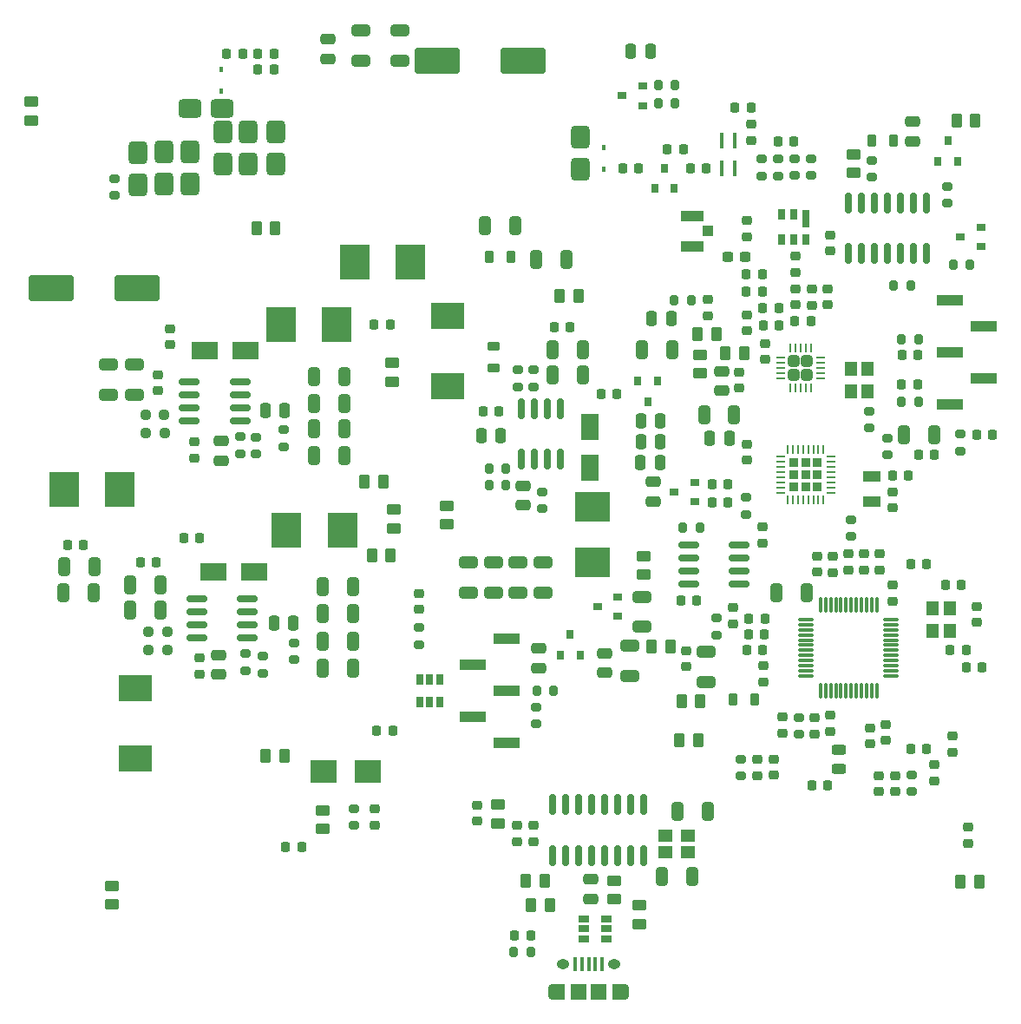
<source format=gtp>
G04 #@! TF.GenerationSoftware,KiCad,Pcbnew,6.0.2+dfsg-1*
G04 #@! TF.CreationDate,2023-04-26T18:19:56+03:00*
G04 #@! TF.ProjectId,TACNPR,5441434e-5052-42e6-9b69-6361645f7063,rev?*
G04 #@! TF.SameCoordinates,Original*
G04 #@! TF.FileFunction,Paste,Top*
G04 #@! TF.FilePolarity,Positive*
%FSLAX46Y46*%
G04 Gerber Fmt 4.6, Leading zero omitted, Abs format (unit mm)*
G04 Created by KiCad (PCBNEW 6.0.2+dfsg-1) date 2023-04-26 18:19:56*
%MOMM*%
%LPD*%
G01*
G04 APERTURE LIST*
G04 Aperture macros list*
%AMRoundRect*
0 Rectangle with rounded corners*
0 $1 Rounding radius*
0 $2 $3 $4 $5 $6 $7 $8 $9 X,Y pos of 4 corners*
0 Add a 4 corners polygon primitive as box body*
4,1,4,$2,$3,$4,$5,$6,$7,$8,$9,$2,$3,0*
0 Add four circle primitives for the rounded corners*
1,1,$1+$1,$2,$3*
1,1,$1+$1,$4,$5*
1,1,$1+$1,$6,$7*
1,1,$1+$1,$8,$9*
0 Add four rect primitives between the rounded corners*
20,1,$1+$1,$2,$3,$4,$5,0*
20,1,$1+$1,$4,$5,$6,$7,0*
20,1,$1+$1,$6,$7,$8,$9,0*
20,1,$1+$1,$8,$9,$2,$3,0*%
G04 Aperture macros list end*
%ADD10RoundRect,0.225000X-0.225000X-0.250000X0.225000X-0.250000X0.225000X0.250000X-0.225000X0.250000X0*%
%ADD11RoundRect,0.200000X0.275000X-0.200000X0.275000X0.200000X-0.275000X0.200000X-0.275000X-0.200000X0*%
%ADD12RoundRect,0.150000X0.825000X0.150000X-0.825000X0.150000X-0.825000X-0.150000X0.825000X-0.150000X0*%
%ADD13RoundRect,0.225000X0.250000X-0.225000X0.250000X0.225000X-0.250000X0.225000X-0.250000X-0.225000X0*%
%ADD14R,2.950000X3.500000*%
%ADD15RoundRect,0.249999X-0.325001X-0.650001X0.325001X-0.650001X0.325001X0.650001X-0.325001X0.650001X0*%
%ADD16RoundRect,0.249999X0.650001X-0.325001X0.650001X0.325001X-0.650001X0.325001X-0.650001X-0.325001X0*%
%ADD17RoundRect,0.218750X-0.256250X0.218750X-0.256250X-0.218750X0.256250X-0.218750X0.256250X0.218750X0*%
%ADD18RoundRect,0.250000X-0.475000X0.250000X-0.475000X-0.250000X0.475000X-0.250000X0.475000X0.250000X0*%
%ADD19R,2.500000X1.800000*%
%ADD20RoundRect,0.237500X0.250000X0.237500X-0.250000X0.237500X-0.250000X-0.237500X0.250000X-0.237500X0*%
%ADD21RoundRect,0.200000X-0.275000X0.200000X-0.275000X-0.200000X0.275000X-0.200000X0.275000X0.200000X0*%
%ADD22RoundRect,0.150000X-0.825000X-0.150000X0.825000X-0.150000X0.825000X0.150000X-0.825000X0.150000X0*%
%ADD23RoundRect,0.249999X0.325001X0.650001X-0.325001X0.650001X-0.325001X-0.650001X0.325001X-0.650001X0*%
%ADD24RoundRect,0.250000X0.250000X0.475000X-0.250000X0.475000X-0.250000X-0.475000X0.250000X-0.475000X0*%
%ADD25RoundRect,0.218750X0.218750X0.256250X-0.218750X0.256250X-0.218750X-0.256250X0.218750X-0.256250X0*%
%ADD26R,3.500000X2.950000*%
%ADD27RoundRect,0.150000X-0.150000X0.825000X-0.150000X-0.825000X0.150000X-0.825000X0.150000X0.825000X0*%
%ADD28RoundRect,0.200000X0.200000X0.275000X-0.200000X0.275000X-0.200000X-0.275000X0.200000X-0.275000X0*%
%ADD29RoundRect,0.200000X-0.200000X-0.275000X0.200000X-0.275000X0.200000X0.275000X-0.200000X0.275000X0*%
%ADD30RoundRect,0.237500X-0.250000X-0.237500X0.250000X-0.237500X0.250000X0.237500X-0.250000X0.237500X0*%
%ADD31RoundRect,0.249999X0.450001X-0.262501X0.450001X0.262501X-0.450001X0.262501X-0.450001X-0.262501X0*%
%ADD32R,0.650000X1.060000*%
%ADD33RoundRect,0.250000X-1.950000X-1.000000X1.950000X-1.000000X1.950000X1.000000X-1.950000X1.000000X0*%
%ADD34RoundRect,0.225000X0.225000X0.250000X-0.225000X0.250000X-0.225000X-0.250000X0.225000X-0.250000X0*%
%ADD35RoundRect,0.250000X-0.250000X-0.475000X0.250000X-0.475000X0.250000X0.475000X-0.250000X0.475000X0*%
%ADD36RoundRect,0.249999X-0.650001X0.325001X-0.650001X-0.325001X0.650001X-0.325001X0.650001X0.325001X0*%
%ADD37R,1.800000X2.500000*%
%ADD38RoundRect,0.249999X0.262501X0.450001X-0.262501X0.450001X-0.262501X-0.450001X0.262501X-0.450001X0*%
%ADD39RoundRect,0.249999X-0.450001X0.262501X-0.450001X-0.262501X0.450001X-0.262501X0.450001X0.262501X0*%
%ADD40RoundRect,0.218750X0.256250X-0.218750X0.256250X0.218750X-0.256250X0.218750X-0.256250X-0.218750X0*%
%ADD41RoundRect,0.225000X-0.250000X0.225000X-0.250000X-0.225000X0.250000X-0.225000X0.250000X0.225000X0*%
%ADD42RoundRect,0.250000X0.475000X-0.250000X0.475000X0.250000X-0.475000X0.250000X-0.475000X-0.250000X0*%
%ADD43R,0.900000X0.800000*%
%ADD44RoundRect,0.250000X-0.315000X0.315000X-0.315000X-0.315000X0.315000X-0.315000X0.315000X0.315000X0*%
%ADD45RoundRect,0.062500X-0.062500X0.362500X-0.062500X-0.362500X0.062500X-0.362500X0.062500X0.362500X0*%
%ADD46RoundRect,0.062500X-0.362500X0.062500X-0.362500X-0.062500X0.362500X-0.062500X0.362500X0.062500X0*%
%ADD47R,1.400000X1.150000*%
%ADD48R,1.060000X0.650000*%
%ADD49RoundRect,0.150000X0.150000X-0.825000X0.150000X0.825000X-0.150000X0.825000X-0.150000X-0.825000X0*%
%ADD50RoundRect,0.249999X-0.262501X-0.450001X0.262501X-0.450001X0.262501X0.450001X-0.262501X0.450001X0*%
%ADD51RoundRect,0.218750X0.381250X-0.218750X0.381250X0.218750X-0.381250X0.218750X-0.381250X-0.218750X0*%
%ADD52RoundRect,0.340200X-0.559800X0.759800X-0.559800X-0.759800X0.559800X-0.759800X0.559800X0.759800X0*%
%ADD53R,0.450000X0.600000*%
%ADD54RoundRect,0.218750X-0.218750X-0.256250X0.218750X-0.256250X0.218750X0.256250X-0.218750X0.256250X0*%
%ADD55R,0.800000X0.900000*%
%ADD56R,2.510000X1.000000*%
%ADD57R,0.400000X1.500000*%
%ADD58RoundRect,0.218750X-0.218750X-0.381250X0.218750X-0.381250X0.218750X0.381250X-0.218750X0.381250X0*%
%ADD59RoundRect,0.237500X0.300000X0.237500X-0.300000X0.237500X-0.300000X-0.237500X0.300000X-0.237500X0*%
%ADD60R,1.150000X1.400000*%
%ADD61R,0.650000X1.750000*%
%ADD62R,0.650000X1.000000*%
%ADD63R,3.300000X2.500000*%
%ADD64RoundRect,0.340200X-0.759800X-0.559800X0.759800X-0.559800X0.759800X0.559800X-0.759800X0.559800X0*%
%ADD65RoundRect,0.340200X0.559800X-0.759800X0.559800X0.759800X-0.559800X0.759800X-0.559800X-0.759800X0*%
%ADD66R,1.050000X1.000000*%
%ADD67R,2.200000X1.050000*%
%ADD68O,1.250000X0.950000*%
%ADD69O,0.890000X1.550000*%
%ADD70R,0.400000X1.350000*%
%ADD71R,1.500000X1.550000*%
%ADD72R,1.200000X1.550000*%
%ADD73R,2.500000X2.300000*%
%ADD74RoundRect,0.243750X-0.456250X0.243750X-0.456250X-0.243750X0.456250X-0.243750X0.456250X0.243750X0*%
%ADD75RoundRect,0.250000X-0.650000X0.325000X-0.650000X-0.325000X0.650000X-0.325000X0.650000X0.325000X0*%
%ADD76RoundRect,0.250000X-0.325000X-0.650000X0.325000X-0.650000X0.325000X0.650000X-0.325000X0.650000X0*%
%ADD77R,1.800000X1.000000*%
%ADD78RoundRect,0.232500X0.232500X0.232500X-0.232500X0.232500X-0.232500X-0.232500X0.232500X-0.232500X0*%
%ADD79RoundRect,0.062500X0.375000X0.062500X-0.375000X0.062500X-0.375000X-0.062500X0.375000X-0.062500X0*%
%ADD80RoundRect,0.062500X0.062500X0.375000X-0.062500X0.375000X-0.062500X-0.375000X0.062500X-0.375000X0*%
%ADD81RoundRect,0.075000X-0.662500X-0.075000X0.662500X-0.075000X0.662500X0.075000X-0.662500X0.075000X0*%
%ADD82RoundRect,0.075000X-0.075000X-0.662500X0.075000X-0.662500X0.075000X0.662500X-0.075000X0.662500X0*%
%ADD83R,1.200000X1.400000*%
%ADD84RoundRect,0.250000X0.262500X0.450000X-0.262500X0.450000X-0.262500X-0.450000X0.262500X-0.450000X0*%
G04 APERTURE END LIST*
D10*
X155562000Y-95758000D03*
X157112000Y-95758000D03*
D11*
X172182000Y-89501000D03*
X172182000Y-87851000D03*
D12*
X161275800Y-94132400D03*
X161275800Y-92862400D03*
X161275800Y-91592400D03*
X161275800Y-90322400D03*
X156325800Y-90322400D03*
X156325800Y-91592400D03*
X156325800Y-92862400D03*
X156325800Y-94132400D03*
D13*
X162052000Y-82042000D03*
X162052000Y-80492000D03*
D14*
X95369800Y-84886800D03*
X100819800Y-84886800D03*
D15*
X95348000Y-94996000D03*
X98298000Y-94996000D03*
D16*
X99745800Y-75681100D03*
X99745800Y-72731100D03*
D13*
X104521000Y-75260500D03*
X104521000Y-73710500D03*
D17*
X108066840Y-80228340D03*
X108066840Y-81803340D03*
D18*
X110744000Y-80167440D03*
X110744000Y-82067440D03*
D15*
X143038300Y-73682860D03*
X145988300Y-73682860D03*
D19*
X113107220Y-71368920D03*
X109107220Y-71368920D03*
D20*
X105184580Y-79375000D03*
X103359580Y-79375000D03*
D21*
X116840000Y-79058000D03*
X116840000Y-80708000D03*
X112593120Y-79738720D03*
X112593120Y-81388720D03*
D22*
X107608600Y-74409300D03*
X107608600Y-75679300D03*
X107608600Y-76949300D03*
X107608600Y-78219300D03*
X112558600Y-78219300D03*
X112558600Y-76949300D03*
X112558600Y-75679300D03*
X112558600Y-74409300D03*
D14*
X116520380Y-68834000D03*
X121970380Y-68834000D03*
D23*
X122732060Y-78999080D03*
X119782060Y-78999080D03*
X122729520Y-76464160D03*
X119779520Y-76464160D03*
X122706660Y-81551780D03*
X119756660Y-81551780D03*
X122714280Y-73914000D03*
X119764280Y-73914000D03*
D18*
X140223240Y-84541320D03*
X140223240Y-86441320D03*
D24*
X137983000Y-79644240D03*
X136083000Y-79644240D03*
D11*
X141157960Y-74860920D03*
X141157960Y-73210920D03*
D25*
X137825580Y-77282040D03*
X136250580Y-77282040D03*
D21*
X139684760Y-73216000D03*
X139684760Y-74866000D03*
D26*
X146964400Y-86581400D03*
X146964400Y-92031400D03*
D10*
X143227760Y-69016880D03*
X144777760Y-69016880D03*
D27*
X143832580Y-77004140D03*
X142562580Y-77004140D03*
X141292580Y-77004140D03*
X140022580Y-77004140D03*
X140022580Y-81954140D03*
X141292580Y-81954140D03*
X142562580Y-81954140D03*
X143832580Y-81954140D03*
D15*
X143066240Y-71231760D03*
X146016240Y-71231760D03*
D28*
X138508240Y-82839560D03*
X136858240Y-82839560D03*
D29*
X136840460Y-84488020D03*
X138490460Y-84488020D03*
D16*
X102247700Y-75681100D03*
X102247700Y-72731100D03*
D30*
X103329100Y-77609700D03*
X105154100Y-77609700D03*
D31*
X120650000Y-118006500D03*
X120650000Y-116181500D03*
D29*
X141516600Y-104495600D03*
X143166600Y-104495600D03*
D32*
X130114000Y-105646400D03*
X131064000Y-105646400D03*
X132014000Y-105646400D03*
X132014000Y-103446400D03*
X131064000Y-103446400D03*
X130114000Y-103446400D03*
D33*
X94098000Y-65278000D03*
X102498000Y-65278000D03*
D21*
X130048000Y-98362000D03*
X130048000Y-100012000D03*
X113111280Y-100927400D03*
X113111280Y-102577400D03*
D11*
X114757200Y-102831400D03*
X114757200Y-101181400D03*
D34*
X104409500Y-91973400D03*
X102859500Y-91973400D03*
D17*
X108574840Y-101320500D03*
X108574840Y-102895500D03*
D34*
X108636100Y-89608660D03*
X107086100Y-89608660D03*
D23*
X123552480Y-94335600D03*
X120602480Y-94335600D03*
D35*
X115864600Y-97891600D03*
X117764600Y-97891600D03*
D18*
X110490000Y-101031000D03*
X110490000Y-102931000D03*
D23*
X123587300Y-99689920D03*
X120637300Y-99689920D03*
X123585500Y-102306120D03*
X120635500Y-102306120D03*
X104776800Y-96647000D03*
X101826800Y-96647000D03*
X104764100Y-94234000D03*
X101814100Y-94234000D03*
X123570260Y-97017840D03*
X120620260Y-97017840D03*
D19*
X113937800Y-92925900D03*
X109937800Y-92925900D03*
D30*
X103636440Y-98806000D03*
X105461440Y-98806000D03*
D21*
X117805200Y-99860600D03*
X117805200Y-101510600D03*
D14*
X117094000Y-88900000D03*
X122544000Y-88900000D03*
D22*
X108307100Y-95542100D03*
X108307100Y-96812100D03*
X108307100Y-98082100D03*
X108307100Y-99352100D03*
X113257100Y-99352100D03*
X113257100Y-98082100D03*
X113257100Y-96812100D03*
X113257100Y-95542100D03*
D20*
X105448740Y-100545900D03*
X103623740Y-100545900D03*
D34*
X160147600Y-86143800D03*
X158597600Y-86143800D03*
D11*
X142082520Y-86768440D03*
X142082520Y-85118440D03*
D31*
X127533400Y-88669500D03*
X127533400Y-86844500D03*
D36*
X134874000Y-91994460D03*
X134874000Y-94944460D03*
X137287000Y-91997000D03*
X137287000Y-94947000D03*
X142113000Y-91997000D03*
X142113000Y-94947000D03*
D35*
X115001000Y-77216000D03*
X116901000Y-77216000D03*
D34*
X149365000Y-75590400D03*
X147815000Y-75590400D03*
D10*
X125907500Y-108394500D03*
X127457500Y-108394500D03*
D16*
X124307600Y-43029400D03*
X124307600Y-40079400D03*
D37*
X146705320Y-82759300D03*
X146705320Y-78759300D03*
D36*
X139700000Y-92002080D03*
X139700000Y-94952080D03*
D11*
X114071400Y-81424280D03*
X114071400Y-79774280D03*
D15*
X95426000Y-92456000D03*
X98376000Y-92456000D03*
D38*
X126525660Y-84165440D03*
X124700660Y-84165440D03*
X127252100Y-91363800D03*
X125427100Y-91363800D03*
D39*
X132715000Y-86463500D03*
X132715000Y-88288500D03*
D17*
X130048000Y-95034000D03*
X130048000Y-96609000D03*
D40*
X125730000Y-117627500D03*
X125730000Y-116052500D03*
D41*
X162026600Y-67843100D03*
X162026600Y-69393100D03*
D42*
X159542480Y-75245000D03*
X159542480Y-73345000D03*
D21*
X123698000Y-116015000D03*
X123698000Y-117665000D03*
D35*
X150688000Y-42164000D03*
X152588000Y-42164000D03*
D14*
X129217000Y-62738000D03*
X123767000Y-62738000D03*
D18*
X148107000Y-100876000D03*
X148107000Y-102776000D03*
D36*
X151739600Y-95349800D03*
X151739600Y-98299800D03*
D35*
X158409600Y-79857600D03*
X160309600Y-79857600D03*
D15*
X157835600Y-77622400D03*
X160785600Y-77622400D03*
D43*
X149437600Y-97266800D03*
X149437600Y-95366800D03*
X147437600Y-96316800D03*
D44*
X166609000Y-72375000D03*
X166609000Y-73675000D03*
X167909000Y-73675000D03*
X167909000Y-72375000D03*
D45*
X168259000Y-71100000D03*
X167759000Y-71100000D03*
X167259000Y-71100000D03*
X166759000Y-71100000D03*
X166259000Y-71100000D03*
D46*
X165334000Y-72025000D03*
X165334000Y-72525000D03*
X165334000Y-73025000D03*
X165334000Y-73525000D03*
X165334000Y-74025000D03*
D45*
X166259000Y-74950000D03*
X166759000Y-74950000D03*
X167259000Y-74950000D03*
X167759000Y-74950000D03*
X168259000Y-74950000D03*
D46*
X169184000Y-74025000D03*
X169184000Y-73525000D03*
X169184000Y-73025000D03*
X169184000Y-72525000D03*
X169184000Y-72025000D03*
D13*
X161290000Y-75014120D03*
X161290000Y-73464120D03*
X141224000Y-119240600D03*
X141224000Y-117690600D03*
X139573000Y-119240600D03*
X139573000Y-117690600D03*
D18*
X141732000Y-100396000D03*
X141732000Y-102296000D03*
D11*
X141427200Y-107759000D03*
X141427200Y-106109000D03*
D36*
X150582000Y-100121000D03*
X150582000Y-103071000D03*
D47*
X156294000Y-118707000D03*
X154094000Y-118707000D03*
X154094000Y-120307000D03*
X156294000Y-120307000D03*
D48*
X148293000Y-128712000D03*
X148293000Y-127762000D03*
X148293000Y-126812000D03*
X146093000Y-126812000D03*
X146093000Y-127762000D03*
X146093000Y-128712000D03*
D15*
X153719000Y-122682000D03*
X156669000Y-122682000D03*
D49*
X143078200Y-120610400D03*
X144348200Y-120610400D03*
X145618200Y-120610400D03*
X146888200Y-120610400D03*
X148158200Y-120610400D03*
X149428200Y-120610400D03*
X150698200Y-120610400D03*
X151968200Y-120610400D03*
X151968200Y-115660400D03*
X150698200Y-115660400D03*
X149428200Y-115660400D03*
X148158200Y-115660400D03*
X146888200Y-115660400D03*
X145618200Y-115660400D03*
X144348200Y-115660400D03*
X143078200Y-115660400D03*
D39*
X151511000Y-125452500D03*
X151511000Y-127277500D03*
D13*
X135686800Y-117259400D03*
X135686800Y-115709400D03*
D25*
X140919200Y-128371600D03*
X139344200Y-128371600D03*
D29*
X139281400Y-130048000D03*
X140931400Y-130048000D03*
D42*
X146761200Y-124825800D03*
X146761200Y-122925800D03*
D50*
X140438500Y-123063000D03*
X142263500Y-123063000D03*
X140946500Y-125476000D03*
X142771500Y-125476000D03*
D15*
X155243000Y-116332000D03*
X158193000Y-116332000D03*
D39*
X149098000Y-123039500D03*
X149098000Y-124864500D03*
D51*
X137287000Y-73071500D03*
X137287000Y-70946500D03*
D34*
X127201000Y-68834000D03*
X125651000Y-68834000D03*
D33*
X131791600Y-43078400D03*
X140191600Y-43078400D03*
D52*
X102616000Y-52031500D03*
X102616000Y-55156500D03*
D10*
X95745000Y-90297000D03*
X97295000Y-90297000D03*
D41*
X105740200Y-69227400D03*
X105740200Y-70777400D03*
D28*
X157416000Y-88646000D03*
X155766000Y-88646000D03*
D53*
X110744000Y-46008000D03*
X110744000Y-43908000D03*
D25*
X112801500Y-42418000D03*
X111226500Y-42418000D03*
D39*
X151917400Y-91391100D03*
X151917400Y-93216100D03*
D54*
X177127200Y-74625200D03*
X178702200Y-74625200D03*
D40*
X163525200Y-90144700D03*
X163525200Y-88569700D03*
D11*
X161899600Y-87337400D03*
X161899600Y-85687400D03*
D55*
X143830000Y-101025200D03*
X145730000Y-101025200D03*
X144780000Y-99025200D03*
D25*
X178714600Y-71787050D03*
X177139600Y-71787050D03*
D29*
X177102100Y-70212250D03*
X178752100Y-70212250D03*
D41*
X163776660Y-70621860D03*
X163776660Y-72171860D03*
D43*
X184845200Y-61198800D03*
X184845200Y-59298800D03*
X182845200Y-60248800D03*
D55*
X180682000Y-52876000D03*
X182582000Y-52876000D03*
X181632000Y-50876000D03*
D29*
X153353000Y-47244000D03*
X155003000Y-47244000D03*
D28*
X183806600Y-62941200D03*
X182156600Y-62941200D03*
D10*
X160870600Y-47675800D03*
X162420600Y-47675800D03*
D34*
X118567200Y-119786400D03*
X117017200Y-119786400D03*
D56*
X138561000Y-109575600D03*
X135251000Y-107035600D03*
X138561000Y-104495600D03*
X135251000Y-101955600D03*
X138561000Y-99415600D03*
D17*
X162458400Y-49275900D03*
X162458400Y-50850900D03*
D13*
X170180000Y-61633400D03*
X170180000Y-60083400D03*
D49*
X171894500Y-61898300D03*
X173164500Y-61898300D03*
X174434500Y-61898300D03*
X175704500Y-61898300D03*
X176974500Y-61898300D03*
X178244500Y-61898300D03*
X179514500Y-61898300D03*
X179514500Y-56948300D03*
X178244500Y-56948300D03*
X176974500Y-56948300D03*
X175704500Y-56948300D03*
X174434500Y-56948300D03*
X173164500Y-56948300D03*
X171894500Y-56948300D03*
D52*
X145796000Y-50520200D03*
X145796000Y-53645200D03*
D10*
X149910500Y-53530500D03*
X151460500Y-53530500D03*
X156514500Y-53530500D03*
X158064500Y-53530500D03*
D21*
X100330000Y-54547000D03*
X100330000Y-56197000D03*
D57*
X160875500Y-50870500D03*
X159575500Y-50870500D03*
X159575500Y-53530500D03*
X160875500Y-53530500D03*
D53*
X148082000Y-51528000D03*
X148082000Y-53628000D03*
D43*
X151876000Y-47432000D03*
X151876000Y-45532000D03*
X149876000Y-46482000D03*
D15*
X141476200Y-62433200D03*
X144426200Y-62433200D03*
D23*
X139397000Y-59182000D03*
X136447000Y-59182000D03*
D58*
X136859500Y-62230000D03*
X138984500Y-62230000D03*
D29*
X153353000Y-45466000D03*
X155003000Y-45466000D03*
D21*
X174244000Y-52769000D03*
X174244000Y-54419000D03*
D43*
X156917900Y-86090800D03*
X156917900Y-84190800D03*
X154917900Y-85140800D03*
D35*
X151691300Y-80264000D03*
X153591300Y-80264000D03*
X152732700Y-68199000D03*
X154632700Y-68199000D03*
D15*
X151777700Y-71247000D03*
X154727700Y-71247000D03*
D55*
X153299200Y-74311000D03*
X151399200Y-74311000D03*
X152349200Y-76311000D03*
D35*
X151643000Y-82296000D03*
X153543000Y-82296000D03*
X151701500Y-78206600D03*
X153601500Y-78206600D03*
D40*
X158191200Y-67945100D03*
X158191200Y-66370100D03*
D28*
X156603200Y-66395600D03*
X154953200Y-66395600D03*
D38*
X161745300Y-71628000D03*
X159920300Y-71628000D03*
D59*
X161898500Y-62230000D03*
X160173500Y-62230000D03*
D41*
X166738300Y-62153500D03*
X166738300Y-63703500D03*
D13*
X166738300Y-66891200D03*
X166738300Y-65341200D03*
D17*
X168363900Y-65333780D03*
X168363900Y-66908780D03*
D54*
X166722960Y-68483480D03*
X168297960Y-68483480D03*
D38*
X159060520Y-69723000D03*
X157235520Y-69723000D03*
D25*
X165189000Y-68846700D03*
X163614000Y-68846700D03*
D13*
X162052000Y-60211000D03*
X162052000Y-58661000D03*
D31*
X137718800Y-117447700D03*
X137718800Y-115622700D03*
D21*
X181610000Y-55309000D03*
X181610000Y-56959000D03*
D60*
X172174000Y-73118800D03*
X172174000Y-75318800D03*
X173774000Y-75318800D03*
X173774000Y-73118800D03*
D21*
X165061900Y-52641500D03*
X165061900Y-54291500D03*
D11*
X168313100Y-54266600D03*
X168313100Y-52616600D03*
D55*
X153037500Y-55530500D03*
X154937500Y-55530500D03*
X153987500Y-53530500D03*
D61*
X167824000Y-58459000D03*
D62*
X166624000Y-58084000D03*
X165424000Y-58084000D03*
X165424000Y-60534000D03*
X166624000Y-60534000D03*
X167824000Y-60534000D03*
D21*
X166674800Y-52616600D03*
X166674800Y-54266600D03*
D34*
X160147600Y-84365800D03*
X158597600Y-84365800D03*
D31*
X92202000Y-48867700D03*
X92202000Y-47042700D03*
D38*
X184300500Y-48895000D03*
X182475500Y-48895000D03*
D50*
X143764000Y-66040000D03*
X145589000Y-66040000D03*
D39*
X100012500Y-123547500D03*
X100012500Y-125372500D03*
D38*
X116894500Y-110851000D03*
X115069500Y-110851000D03*
X184694500Y-123176000D03*
X182869500Y-123176000D03*
D31*
X157480000Y-73556500D03*
X157480000Y-71731500D03*
D52*
X105156000Y-51993000D03*
X105156000Y-55118000D03*
D54*
X154228600Y-51714400D03*
X155803600Y-51714400D03*
D18*
X178182000Y-49026000D03*
X178182000Y-50926000D03*
D58*
X174219500Y-50876000D03*
X176344500Y-50876000D03*
D63*
X102362000Y-104296000D03*
X102362000Y-111096000D03*
X132842000Y-74774000D03*
X132842000Y-67974000D03*
D38*
X157264500Y-109346000D03*
X155439500Y-109346000D03*
X115974500Y-59436000D03*
X114149500Y-59436000D03*
D52*
X107696000Y-51993000D03*
X107696000Y-55118000D03*
D42*
X121158000Y-42860000D03*
X121158000Y-40960000D03*
D25*
X115849500Y-42418000D03*
X114274500Y-42418000D03*
D54*
X114274500Y-43942000D03*
X115849500Y-43942000D03*
D29*
X176365400Y-65024000D03*
X178015400Y-65024000D03*
D31*
X172466000Y-53998500D03*
X172466000Y-52173500D03*
D64*
X107696000Y-47752000D03*
X110821000Y-47752000D03*
D16*
X128117600Y-43029400D03*
X128117600Y-40079400D03*
D52*
X113347500Y-49999500D03*
X113347500Y-53124500D03*
D65*
X110871000Y-53124500D03*
X110871000Y-49999500D03*
D41*
X169938700Y-65328500D03*
X169938700Y-66878500D03*
D54*
X163565840Y-67157600D03*
X165140840Y-67157600D03*
D34*
X163525800Y-65565020D03*
X161975800Y-65565020D03*
D54*
X161950400Y-63906400D03*
X163525400Y-63906400D03*
D34*
X166598600Y-50914300D03*
X165048600Y-50914300D03*
D21*
X163474400Y-52642000D03*
X163474400Y-54292000D03*
D66*
X158217600Y-59688200D03*
D67*
X156692600Y-58213200D03*
X156692600Y-61163200D03*
D68*
X149083400Y-131188000D03*
D69*
X143083400Y-133888000D03*
X150083400Y-133888000D03*
D68*
X144083400Y-131188000D03*
D70*
X145283400Y-131188000D03*
X145933400Y-131188000D03*
X146583400Y-131188000D03*
X147233400Y-131188000D03*
X147883400Y-131188000D03*
D71*
X147583400Y-133888000D03*
X145583400Y-133888000D03*
D72*
X143683400Y-133888000D03*
X149483400Y-133888000D03*
D52*
X116078000Y-50038000D03*
X116078000Y-53163000D03*
D73*
X120713500Y-112395000D03*
X125013500Y-112395000D03*
D39*
X127355600Y-72544300D03*
X127355600Y-74369300D03*
D25*
X182956300Y-94234000D03*
X181381300Y-94234000D03*
D54*
X181838500Y-100584000D03*
X183413500Y-100584000D03*
D41*
X174052000Y-108141000D03*
X174052000Y-109691000D03*
X156082000Y-100621000D03*
X156082000Y-102171000D03*
X175582000Y-107801000D03*
X175582000Y-109351000D03*
D74*
X171020500Y-110314500D03*
X171020500Y-112189500D03*
D75*
X158082000Y-100726000D03*
X158082000Y-103676000D03*
D76*
X164945800Y-94945200D03*
X167895800Y-94945200D03*
D41*
X174882000Y-112801000D03*
X174882000Y-114351000D03*
D13*
X164682000Y-112751000D03*
X164682000Y-111201000D03*
D34*
X169939000Y-113792000D03*
X168389000Y-113792000D03*
D17*
X184482000Y-96288500D03*
X184482000Y-97863500D03*
D40*
X176276000Y-95783500D03*
X176276000Y-94208500D03*
X175006000Y-92761000D03*
X175006000Y-91186000D03*
D17*
X170434000Y-91414500D03*
X170434000Y-92989500D03*
X171958000Y-91160500D03*
X171958000Y-92735500D03*
X173482000Y-91160500D03*
X173482000Y-92735500D03*
X163626800Y-102082500D03*
X163626800Y-103657500D03*
D40*
X165455600Y-108686700D03*
X165455600Y-107111700D03*
D54*
X162234500Y-97486000D03*
X163809500Y-97486000D03*
X161994500Y-100576000D03*
X163569500Y-100576000D03*
D25*
X179569500Y-110176000D03*
X177994500Y-110176000D03*
D17*
X168656000Y-107162500D03*
X168656000Y-108737500D03*
X163068000Y-111226500D03*
X163068000Y-112801500D03*
X160662000Y-96398500D03*
X160662000Y-97973500D03*
X176482000Y-112788500D03*
X176482000Y-114363500D03*
X170180000Y-106908500D03*
X170180000Y-108483500D03*
X183642000Y-117856000D03*
X183642000Y-119431000D03*
X182118000Y-108940500D03*
X182118000Y-110515500D03*
D54*
X178003000Y-92202000D03*
X179578000Y-92202000D03*
D41*
X168882000Y-91401000D03*
X168882000Y-92951000D03*
D77*
X174244000Y-86086000D03*
X174244000Y-83586000D03*
D13*
X176276000Y-86701000D03*
X176276000Y-85151000D03*
D10*
X176263000Y-83566000D03*
X177813000Y-83566000D03*
D34*
X185991800Y-79552800D03*
X184441800Y-79552800D03*
D11*
X175768000Y-81534000D03*
X175768000Y-79884000D03*
X173939200Y-78904600D03*
X173939200Y-77254600D03*
X182829200Y-81139800D03*
X182829200Y-79489800D03*
D28*
X178765200Y-76301600D03*
X177115200Y-76301600D03*
D15*
X177391800Y-79552800D03*
X180341800Y-79552800D03*
D18*
X152908000Y-84140000D03*
X152908000Y-86040000D03*
D10*
X178803000Y-81534000D03*
X180353000Y-81534000D03*
D78*
X168910000Y-84596000D03*
X167760000Y-82296000D03*
X167760000Y-84596000D03*
X166610000Y-82296000D03*
X168910000Y-82296000D03*
X167760000Y-83446000D03*
X166610000Y-83446000D03*
X168910000Y-83446000D03*
X166610000Y-84596000D03*
D79*
X170197500Y-85196000D03*
X170197500Y-84696000D03*
X170197500Y-84196000D03*
X170197500Y-83696000D03*
X170197500Y-83196000D03*
X170197500Y-82696000D03*
X170197500Y-82196000D03*
X170197500Y-81696000D03*
D80*
X169510000Y-81008500D03*
X169010000Y-81008500D03*
X168510000Y-81008500D03*
X168010000Y-81008500D03*
X167510000Y-81008500D03*
X167010000Y-81008500D03*
X166510000Y-81008500D03*
X166010000Y-81008500D03*
D79*
X165322500Y-81696000D03*
X165322500Y-82196000D03*
X165322500Y-82696000D03*
X165322500Y-83196000D03*
X165322500Y-83696000D03*
X165322500Y-84196000D03*
X165322500Y-84696000D03*
X165322500Y-85196000D03*
D80*
X166010000Y-85883500D03*
X166510000Y-85883500D03*
X167010000Y-85883500D03*
X167510000Y-85883500D03*
X168010000Y-85883500D03*
X168510000Y-85883500D03*
X169010000Y-85883500D03*
X169510000Y-85883500D03*
D13*
X180289200Y-113297000D03*
X180289200Y-111747000D03*
D81*
X167795500Y-97580000D03*
X167795500Y-98080000D03*
X167795500Y-98580000D03*
X167795500Y-99080000D03*
X167795500Y-99580000D03*
X167795500Y-100080000D03*
X167795500Y-100580000D03*
X167795500Y-101080000D03*
X167795500Y-101580000D03*
X167795500Y-102080000D03*
X167795500Y-102580000D03*
X167795500Y-103080000D03*
D82*
X169208000Y-104492500D03*
X169708000Y-104492500D03*
X170208000Y-104492500D03*
X170708000Y-104492500D03*
X171208000Y-104492500D03*
X171708000Y-104492500D03*
X172208000Y-104492500D03*
X172708000Y-104492500D03*
X173208000Y-104492500D03*
X173708000Y-104492500D03*
X174208000Y-104492500D03*
X174708000Y-104492500D03*
D81*
X176120500Y-103080000D03*
X176120500Y-102580000D03*
X176120500Y-102080000D03*
X176120500Y-101580000D03*
X176120500Y-101080000D03*
X176120500Y-100580000D03*
X176120500Y-100080000D03*
X176120500Y-99580000D03*
X176120500Y-99080000D03*
X176120500Y-98580000D03*
X176120500Y-98080000D03*
X176120500Y-97580000D03*
D82*
X174708000Y-96167500D03*
X174208000Y-96167500D03*
X173708000Y-96167500D03*
X173208000Y-96167500D03*
X172708000Y-96167500D03*
X172208000Y-96167500D03*
X171708000Y-96167500D03*
X171208000Y-96167500D03*
X170708000Y-96167500D03*
X170208000Y-96167500D03*
X169708000Y-96167500D03*
X169208000Y-96167500D03*
D83*
X181864000Y-98720000D03*
X181864000Y-96520000D03*
X180164000Y-96520000D03*
X180164000Y-98720000D03*
D21*
X167081200Y-107125000D03*
X167081200Y-108775000D03*
X159082000Y-97451000D03*
X159082000Y-99101000D03*
D10*
X183457000Y-102216000D03*
X185007000Y-102216000D03*
D21*
X178112000Y-112701000D03*
X178112000Y-114351000D03*
X161391600Y-111189000D03*
X161391600Y-112839000D03*
D84*
X154544500Y-100176000D03*
X152719500Y-100176000D03*
D58*
X160657000Y-105376000D03*
X162782000Y-105376000D03*
D84*
X157464500Y-105566000D03*
X155639500Y-105566000D03*
D34*
X163747000Y-99046000D03*
X162197000Y-99046000D03*
D56*
X181834600Y-66395600D03*
X185144600Y-68935600D03*
X181834600Y-71475600D03*
X185144600Y-74015600D03*
X181834600Y-76555600D03*
M02*

</source>
